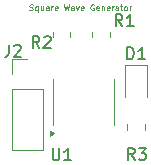
<source format=gbr>
%TF.GenerationSoftware,KiCad,Pcbnew,8.0.7*%
%TF.CreationDate,2024-12-17T11:32:19+05:30*%
%TF.ProjectId,SQR Wave Generator,53515220-5761-4766-9520-47656e657261,rev?*%
%TF.SameCoordinates,Original*%
%TF.FileFunction,Legend,Top*%
%TF.FilePolarity,Positive*%
%FSLAX46Y46*%
G04 Gerber Fmt 4.6, Leading zero omitted, Abs format (unit mm)*
G04 Created by KiCad (PCBNEW 8.0.7) date 2024-12-17 11:32:19*
%MOMM*%
%LPD*%
G01*
G04 APERTURE LIST*
%ADD10C,0.125000*%
%ADD11C,0.150000*%
%ADD12C,0.120000*%
G04 APERTURE END LIST*
D10*
X212389782Y-50124300D02*
X212461210Y-50148109D01*
X212461210Y-50148109D02*
X212580258Y-50148109D01*
X212580258Y-50148109D02*
X212627877Y-50124300D01*
X212627877Y-50124300D02*
X212651686Y-50100490D01*
X212651686Y-50100490D02*
X212675496Y-50052871D01*
X212675496Y-50052871D02*
X212675496Y-50005252D01*
X212675496Y-50005252D02*
X212651686Y-49957633D01*
X212651686Y-49957633D02*
X212627877Y-49933823D01*
X212627877Y-49933823D02*
X212580258Y-49910014D01*
X212580258Y-49910014D02*
X212485020Y-49886204D01*
X212485020Y-49886204D02*
X212437401Y-49862395D01*
X212437401Y-49862395D02*
X212413591Y-49838585D01*
X212413591Y-49838585D02*
X212389782Y-49790966D01*
X212389782Y-49790966D02*
X212389782Y-49743347D01*
X212389782Y-49743347D02*
X212413591Y-49695728D01*
X212413591Y-49695728D02*
X212437401Y-49671919D01*
X212437401Y-49671919D02*
X212485020Y-49648109D01*
X212485020Y-49648109D02*
X212604067Y-49648109D01*
X212604067Y-49648109D02*
X212675496Y-49671919D01*
X213104067Y-49814776D02*
X213104067Y-50314776D01*
X213104067Y-50124300D02*
X213056448Y-50148109D01*
X213056448Y-50148109D02*
X212961210Y-50148109D01*
X212961210Y-50148109D02*
X212913591Y-50124300D01*
X212913591Y-50124300D02*
X212889781Y-50100490D01*
X212889781Y-50100490D02*
X212865972Y-50052871D01*
X212865972Y-50052871D02*
X212865972Y-49910014D01*
X212865972Y-49910014D02*
X212889781Y-49862395D01*
X212889781Y-49862395D02*
X212913591Y-49838585D01*
X212913591Y-49838585D02*
X212961210Y-49814776D01*
X212961210Y-49814776D02*
X213056448Y-49814776D01*
X213056448Y-49814776D02*
X213104067Y-49838585D01*
X213556448Y-49814776D02*
X213556448Y-50148109D01*
X213342162Y-49814776D02*
X213342162Y-50076680D01*
X213342162Y-50076680D02*
X213365972Y-50124300D01*
X213365972Y-50124300D02*
X213413591Y-50148109D01*
X213413591Y-50148109D02*
X213485019Y-50148109D01*
X213485019Y-50148109D02*
X213532638Y-50124300D01*
X213532638Y-50124300D02*
X213556448Y-50100490D01*
X214008829Y-50148109D02*
X214008829Y-49886204D01*
X214008829Y-49886204D02*
X213985019Y-49838585D01*
X213985019Y-49838585D02*
X213937400Y-49814776D01*
X213937400Y-49814776D02*
X213842162Y-49814776D01*
X213842162Y-49814776D02*
X213794543Y-49838585D01*
X214008829Y-50124300D02*
X213961210Y-50148109D01*
X213961210Y-50148109D02*
X213842162Y-50148109D01*
X213842162Y-50148109D02*
X213794543Y-50124300D01*
X213794543Y-50124300D02*
X213770734Y-50076680D01*
X213770734Y-50076680D02*
X213770734Y-50029061D01*
X213770734Y-50029061D02*
X213794543Y-49981442D01*
X213794543Y-49981442D02*
X213842162Y-49957633D01*
X213842162Y-49957633D02*
X213961210Y-49957633D01*
X213961210Y-49957633D02*
X214008829Y-49933823D01*
X214246924Y-50148109D02*
X214246924Y-49814776D01*
X214246924Y-49910014D02*
X214270734Y-49862395D01*
X214270734Y-49862395D02*
X214294543Y-49838585D01*
X214294543Y-49838585D02*
X214342162Y-49814776D01*
X214342162Y-49814776D02*
X214389781Y-49814776D01*
X214746924Y-50124300D02*
X214699305Y-50148109D01*
X214699305Y-50148109D02*
X214604067Y-50148109D01*
X214604067Y-50148109D02*
X214556448Y-50124300D01*
X214556448Y-50124300D02*
X214532639Y-50076680D01*
X214532639Y-50076680D02*
X214532639Y-49886204D01*
X214532639Y-49886204D02*
X214556448Y-49838585D01*
X214556448Y-49838585D02*
X214604067Y-49814776D01*
X214604067Y-49814776D02*
X214699305Y-49814776D01*
X214699305Y-49814776D02*
X214746924Y-49838585D01*
X214746924Y-49838585D02*
X214770734Y-49886204D01*
X214770734Y-49886204D02*
X214770734Y-49933823D01*
X214770734Y-49933823D02*
X214532639Y-49981442D01*
X215318352Y-49648109D02*
X215437400Y-50148109D01*
X215437400Y-50148109D02*
X215532638Y-49790966D01*
X215532638Y-49790966D02*
X215627876Y-50148109D01*
X215627876Y-50148109D02*
X215746924Y-49648109D01*
X216151686Y-50148109D02*
X216151686Y-49886204D01*
X216151686Y-49886204D02*
X216127876Y-49838585D01*
X216127876Y-49838585D02*
X216080257Y-49814776D01*
X216080257Y-49814776D02*
X215985019Y-49814776D01*
X215985019Y-49814776D02*
X215937400Y-49838585D01*
X216151686Y-50124300D02*
X216104067Y-50148109D01*
X216104067Y-50148109D02*
X215985019Y-50148109D01*
X215985019Y-50148109D02*
X215937400Y-50124300D01*
X215937400Y-50124300D02*
X215913591Y-50076680D01*
X215913591Y-50076680D02*
X215913591Y-50029061D01*
X215913591Y-50029061D02*
X215937400Y-49981442D01*
X215937400Y-49981442D02*
X215985019Y-49957633D01*
X215985019Y-49957633D02*
X216104067Y-49957633D01*
X216104067Y-49957633D02*
X216151686Y-49933823D01*
X216342162Y-49814776D02*
X216461210Y-50148109D01*
X216461210Y-50148109D02*
X216580257Y-49814776D01*
X216961209Y-50124300D02*
X216913590Y-50148109D01*
X216913590Y-50148109D02*
X216818352Y-50148109D01*
X216818352Y-50148109D02*
X216770733Y-50124300D01*
X216770733Y-50124300D02*
X216746924Y-50076680D01*
X216746924Y-50076680D02*
X216746924Y-49886204D01*
X216746924Y-49886204D02*
X216770733Y-49838585D01*
X216770733Y-49838585D02*
X216818352Y-49814776D01*
X216818352Y-49814776D02*
X216913590Y-49814776D01*
X216913590Y-49814776D02*
X216961209Y-49838585D01*
X216961209Y-49838585D02*
X216985019Y-49886204D01*
X216985019Y-49886204D02*
X216985019Y-49933823D01*
X216985019Y-49933823D02*
X216746924Y-49981442D01*
X217842161Y-49671919D02*
X217794542Y-49648109D01*
X217794542Y-49648109D02*
X217723113Y-49648109D01*
X217723113Y-49648109D02*
X217651685Y-49671919D01*
X217651685Y-49671919D02*
X217604066Y-49719538D01*
X217604066Y-49719538D02*
X217580256Y-49767157D01*
X217580256Y-49767157D02*
X217556447Y-49862395D01*
X217556447Y-49862395D02*
X217556447Y-49933823D01*
X217556447Y-49933823D02*
X217580256Y-50029061D01*
X217580256Y-50029061D02*
X217604066Y-50076680D01*
X217604066Y-50076680D02*
X217651685Y-50124300D01*
X217651685Y-50124300D02*
X217723113Y-50148109D01*
X217723113Y-50148109D02*
X217770732Y-50148109D01*
X217770732Y-50148109D02*
X217842161Y-50124300D01*
X217842161Y-50124300D02*
X217865970Y-50100490D01*
X217865970Y-50100490D02*
X217865970Y-49933823D01*
X217865970Y-49933823D02*
X217770732Y-49933823D01*
X218270732Y-50124300D02*
X218223113Y-50148109D01*
X218223113Y-50148109D02*
X218127875Y-50148109D01*
X218127875Y-50148109D02*
X218080256Y-50124300D01*
X218080256Y-50124300D02*
X218056447Y-50076680D01*
X218056447Y-50076680D02*
X218056447Y-49886204D01*
X218056447Y-49886204D02*
X218080256Y-49838585D01*
X218080256Y-49838585D02*
X218127875Y-49814776D01*
X218127875Y-49814776D02*
X218223113Y-49814776D01*
X218223113Y-49814776D02*
X218270732Y-49838585D01*
X218270732Y-49838585D02*
X218294542Y-49886204D01*
X218294542Y-49886204D02*
X218294542Y-49933823D01*
X218294542Y-49933823D02*
X218056447Y-49981442D01*
X218508827Y-49814776D02*
X218508827Y-50148109D01*
X218508827Y-49862395D02*
X218532637Y-49838585D01*
X218532637Y-49838585D02*
X218580256Y-49814776D01*
X218580256Y-49814776D02*
X218651684Y-49814776D01*
X218651684Y-49814776D02*
X218699303Y-49838585D01*
X218699303Y-49838585D02*
X218723113Y-49886204D01*
X218723113Y-49886204D02*
X218723113Y-50148109D01*
X219151684Y-50124300D02*
X219104065Y-50148109D01*
X219104065Y-50148109D02*
X219008827Y-50148109D01*
X219008827Y-50148109D02*
X218961208Y-50124300D01*
X218961208Y-50124300D02*
X218937399Y-50076680D01*
X218937399Y-50076680D02*
X218937399Y-49886204D01*
X218937399Y-49886204D02*
X218961208Y-49838585D01*
X218961208Y-49838585D02*
X219008827Y-49814776D01*
X219008827Y-49814776D02*
X219104065Y-49814776D01*
X219104065Y-49814776D02*
X219151684Y-49838585D01*
X219151684Y-49838585D02*
X219175494Y-49886204D01*
X219175494Y-49886204D02*
X219175494Y-49933823D01*
X219175494Y-49933823D02*
X218937399Y-49981442D01*
X219389779Y-50148109D02*
X219389779Y-49814776D01*
X219389779Y-49910014D02*
X219413589Y-49862395D01*
X219413589Y-49862395D02*
X219437398Y-49838585D01*
X219437398Y-49838585D02*
X219485017Y-49814776D01*
X219485017Y-49814776D02*
X219532636Y-49814776D01*
X219913589Y-50148109D02*
X219913589Y-49886204D01*
X219913589Y-49886204D02*
X219889779Y-49838585D01*
X219889779Y-49838585D02*
X219842160Y-49814776D01*
X219842160Y-49814776D02*
X219746922Y-49814776D01*
X219746922Y-49814776D02*
X219699303Y-49838585D01*
X219913589Y-50124300D02*
X219865970Y-50148109D01*
X219865970Y-50148109D02*
X219746922Y-50148109D01*
X219746922Y-50148109D02*
X219699303Y-50124300D01*
X219699303Y-50124300D02*
X219675494Y-50076680D01*
X219675494Y-50076680D02*
X219675494Y-50029061D01*
X219675494Y-50029061D02*
X219699303Y-49981442D01*
X219699303Y-49981442D02*
X219746922Y-49957633D01*
X219746922Y-49957633D02*
X219865970Y-49957633D01*
X219865970Y-49957633D02*
X219913589Y-49933823D01*
X220080256Y-49814776D02*
X220270732Y-49814776D01*
X220151684Y-49648109D02*
X220151684Y-50076680D01*
X220151684Y-50076680D02*
X220175494Y-50124300D01*
X220175494Y-50124300D02*
X220223113Y-50148109D01*
X220223113Y-50148109D02*
X220270732Y-50148109D01*
X220508827Y-50148109D02*
X220461208Y-50124300D01*
X220461208Y-50124300D02*
X220437398Y-50100490D01*
X220437398Y-50100490D02*
X220413589Y-50052871D01*
X220413589Y-50052871D02*
X220413589Y-49910014D01*
X220413589Y-49910014D02*
X220437398Y-49862395D01*
X220437398Y-49862395D02*
X220461208Y-49838585D01*
X220461208Y-49838585D02*
X220508827Y-49814776D01*
X220508827Y-49814776D02*
X220580255Y-49814776D01*
X220580255Y-49814776D02*
X220627874Y-49838585D01*
X220627874Y-49838585D02*
X220651684Y-49862395D01*
X220651684Y-49862395D02*
X220675493Y-49910014D01*
X220675493Y-49910014D02*
X220675493Y-50052871D01*
X220675493Y-50052871D02*
X220651684Y-50100490D01*
X220651684Y-50100490D02*
X220627874Y-50124300D01*
X220627874Y-50124300D02*
X220580255Y-50148109D01*
X220580255Y-50148109D02*
X220508827Y-50148109D01*
X220889779Y-50148109D02*
X220889779Y-49814776D01*
X220889779Y-49910014D02*
X220913589Y-49862395D01*
X220913589Y-49862395D02*
X220937398Y-49838585D01*
X220937398Y-49838585D02*
X220985017Y-49814776D01*
X220985017Y-49814776D02*
X221032636Y-49814776D01*
D11*
X221295933Y-62811819D02*
X220962600Y-62335628D01*
X220724505Y-62811819D02*
X220724505Y-61811819D01*
X220724505Y-61811819D02*
X221105457Y-61811819D01*
X221105457Y-61811819D02*
X221200695Y-61859438D01*
X221200695Y-61859438D02*
X221248314Y-61907057D01*
X221248314Y-61907057D02*
X221295933Y-62002295D01*
X221295933Y-62002295D02*
X221295933Y-62145152D01*
X221295933Y-62145152D02*
X221248314Y-62240390D01*
X221248314Y-62240390D02*
X221200695Y-62288009D01*
X221200695Y-62288009D02*
X221105457Y-62335628D01*
X221105457Y-62335628D02*
X220724505Y-62335628D01*
X221629267Y-61811819D02*
X222248314Y-61811819D01*
X222248314Y-61811819D02*
X221914981Y-62192771D01*
X221914981Y-62192771D02*
X222057838Y-62192771D01*
X222057838Y-62192771D02*
X222153076Y-62240390D01*
X222153076Y-62240390D02*
X222200695Y-62288009D01*
X222200695Y-62288009D02*
X222248314Y-62383247D01*
X222248314Y-62383247D02*
X222248314Y-62621342D01*
X222248314Y-62621342D02*
X222200695Y-62716580D01*
X222200695Y-62716580D02*
X222153076Y-62764200D01*
X222153076Y-62764200D02*
X222057838Y-62811819D01*
X222057838Y-62811819D02*
X221772124Y-62811819D01*
X221772124Y-62811819D02*
X221676886Y-62764200D01*
X221676886Y-62764200D02*
X221629267Y-62716580D01*
X210664466Y-53074219D02*
X210664466Y-53788504D01*
X210664466Y-53788504D02*
X210616847Y-53931361D01*
X210616847Y-53931361D02*
X210521609Y-54026600D01*
X210521609Y-54026600D02*
X210378752Y-54074219D01*
X210378752Y-54074219D02*
X210283514Y-54074219D01*
X211093038Y-53169457D02*
X211140657Y-53121838D01*
X211140657Y-53121838D02*
X211235895Y-53074219D01*
X211235895Y-53074219D02*
X211473990Y-53074219D01*
X211473990Y-53074219D02*
X211569228Y-53121838D01*
X211569228Y-53121838D02*
X211616847Y-53169457D01*
X211616847Y-53169457D02*
X211664466Y-53264695D01*
X211664466Y-53264695D02*
X211664466Y-53359933D01*
X211664466Y-53359933D02*
X211616847Y-53502790D01*
X211616847Y-53502790D02*
X211045419Y-54074219D01*
X211045419Y-54074219D02*
X211664466Y-54074219D01*
X214350695Y-61837219D02*
X214350695Y-62646742D01*
X214350695Y-62646742D02*
X214398314Y-62741980D01*
X214398314Y-62741980D02*
X214445933Y-62789600D01*
X214445933Y-62789600D02*
X214541171Y-62837219D01*
X214541171Y-62837219D02*
X214731647Y-62837219D01*
X214731647Y-62837219D02*
X214826885Y-62789600D01*
X214826885Y-62789600D02*
X214874504Y-62741980D01*
X214874504Y-62741980D02*
X214922123Y-62646742D01*
X214922123Y-62646742D02*
X214922123Y-61837219D01*
X215922123Y-62837219D02*
X215350695Y-62837219D01*
X215636409Y-62837219D02*
X215636409Y-61837219D01*
X215636409Y-61837219D02*
X215541171Y-61980076D01*
X215541171Y-61980076D02*
X215445933Y-62075314D01*
X215445933Y-62075314D02*
X215350695Y-62122933D01*
X220254533Y-51483419D02*
X219921200Y-51007228D01*
X219683105Y-51483419D02*
X219683105Y-50483419D01*
X219683105Y-50483419D02*
X220064057Y-50483419D01*
X220064057Y-50483419D02*
X220159295Y-50531038D01*
X220159295Y-50531038D02*
X220206914Y-50578657D01*
X220206914Y-50578657D02*
X220254533Y-50673895D01*
X220254533Y-50673895D02*
X220254533Y-50816752D01*
X220254533Y-50816752D02*
X220206914Y-50911990D01*
X220206914Y-50911990D02*
X220159295Y-50959609D01*
X220159295Y-50959609D02*
X220064057Y-51007228D01*
X220064057Y-51007228D02*
X219683105Y-51007228D01*
X221206914Y-51483419D02*
X220635486Y-51483419D01*
X220921200Y-51483419D02*
X220921200Y-50483419D01*
X220921200Y-50483419D02*
X220825962Y-50626276D01*
X220825962Y-50626276D02*
X220730724Y-50721514D01*
X220730724Y-50721514D02*
X220635486Y-50769133D01*
X220673705Y-54279719D02*
X220673705Y-53279719D01*
X220673705Y-53279719D02*
X220911800Y-53279719D01*
X220911800Y-53279719D02*
X221054657Y-53327338D01*
X221054657Y-53327338D02*
X221149895Y-53422576D01*
X221149895Y-53422576D02*
X221197514Y-53517814D01*
X221197514Y-53517814D02*
X221245133Y-53708290D01*
X221245133Y-53708290D02*
X221245133Y-53851147D01*
X221245133Y-53851147D02*
X221197514Y-54041623D01*
X221197514Y-54041623D02*
X221149895Y-54136861D01*
X221149895Y-54136861D02*
X221054657Y-54232100D01*
X221054657Y-54232100D02*
X220911800Y-54279719D01*
X220911800Y-54279719D02*
X220673705Y-54279719D01*
X222197514Y-54279719D02*
X221626086Y-54279719D01*
X221911800Y-54279719D02*
X221911800Y-53279719D01*
X221911800Y-53279719D02*
X221816562Y-53422576D01*
X221816562Y-53422576D02*
X221721324Y-53517814D01*
X221721324Y-53517814D02*
X221626086Y-53565433D01*
X213244133Y-53337619D02*
X212910800Y-52861428D01*
X212672705Y-53337619D02*
X212672705Y-52337619D01*
X212672705Y-52337619D02*
X213053657Y-52337619D01*
X213053657Y-52337619D02*
X213148895Y-52385238D01*
X213148895Y-52385238D02*
X213196514Y-52432857D01*
X213196514Y-52432857D02*
X213244133Y-52528095D01*
X213244133Y-52528095D02*
X213244133Y-52670952D01*
X213244133Y-52670952D02*
X213196514Y-52766190D01*
X213196514Y-52766190D02*
X213148895Y-52813809D01*
X213148895Y-52813809D02*
X213053657Y-52861428D01*
X213053657Y-52861428D02*
X212672705Y-52861428D01*
X213625086Y-52432857D02*
X213672705Y-52385238D01*
X213672705Y-52385238D02*
X213767943Y-52337619D01*
X213767943Y-52337619D02*
X214006038Y-52337619D01*
X214006038Y-52337619D02*
X214101276Y-52385238D01*
X214101276Y-52385238D02*
X214148895Y-52432857D01*
X214148895Y-52432857D02*
X214196514Y-52528095D01*
X214196514Y-52528095D02*
X214196514Y-52623333D01*
X214196514Y-52623333D02*
X214148895Y-52766190D01*
X214148895Y-52766190D02*
X213577467Y-53337619D01*
X213577467Y-53337619D02*
X214196514Y-53337619D01*
D12*
%TO.C,R3*%
X220676800Y-60249164D02*
X220676800Y-59795036D01*
X222146800Y-60249164D02*
X222146800Y-59795036D01*
%TO.C,J2*%
X210887000Y-54245200D02*
X212217000Y-54245200D01*
X210887000Y-55575200D02*
X210887000Y-54245200D01*
X210887000Y-56845200D02*
X210887000Y-61985200D01*
X210887000Y-56845200D02*
X213547000Y-56845200D01*
X210887000Y-61985200D02*
X213547000Y-61985200D01*
X213547000Y-56845200D02*
X213547000Y-61985200D01*
%TO.C,U1*%
X214406800Y-57875400D02*
X214406800Y-55925400D01*
X214406800Y-57875400D02*
X214406800Y-59825400D01*
X219526800Y-57875400D02*
X219526800Y-55925400D01*
X219526800Y-57875400D02*
X219526800Y-59825400D01*
X214501800Y-60575400D02*
X214171800Y-60815400D01*
X214171800Y-60335400D01*
X214501800Y-60575400D01*
G36*
X214501800Y-60575400D02*
G01*
X214171800Y-60815400D01*
X214171800Y-60335400D01*
X214501800Y-60575400D01*
G37*
%TO.C,R1*%
X217732300Y-51944536D02*
X217732300Y-52398664D01*
X219202300Y-51944536D02*
X219202300Y-52398664D01*
%TO.C,D1*%
X220451800Y-54804600D02*
X220451800Y-57489600D01*
X222371800Y-54804600D02*
X220451800Y-54804600D01*
X222371800Y-57489600D02*
X222371800Y-54804600D01*
%TO.C,R2*%
X214352200Y-52425964D02*
X214352200Y-51971836D01*
X215822200Y-52425964D02*
X215822200Y-51971836D01*
%TD*%
M02*

</source>
